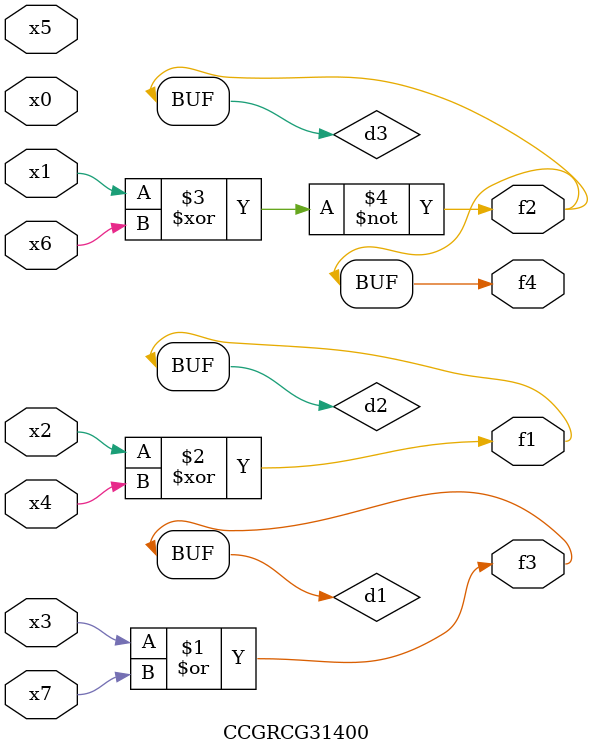
<source format=v>
module CCGRCG31400(
	input x0, x1, x2, x3, x4, x5, x6, x7,
	output f1, f2, f3, f4
);

	wire d1, d2, d3;

	or (d1, x3, x7);
	xor (d2, x2, x4);
	xnor (d3, x1, x6);
	assign f1 = d2;
	assign f2 = d3;
	assign f3 = d1;
	assign f4 = d3;
endmodule

</source>
